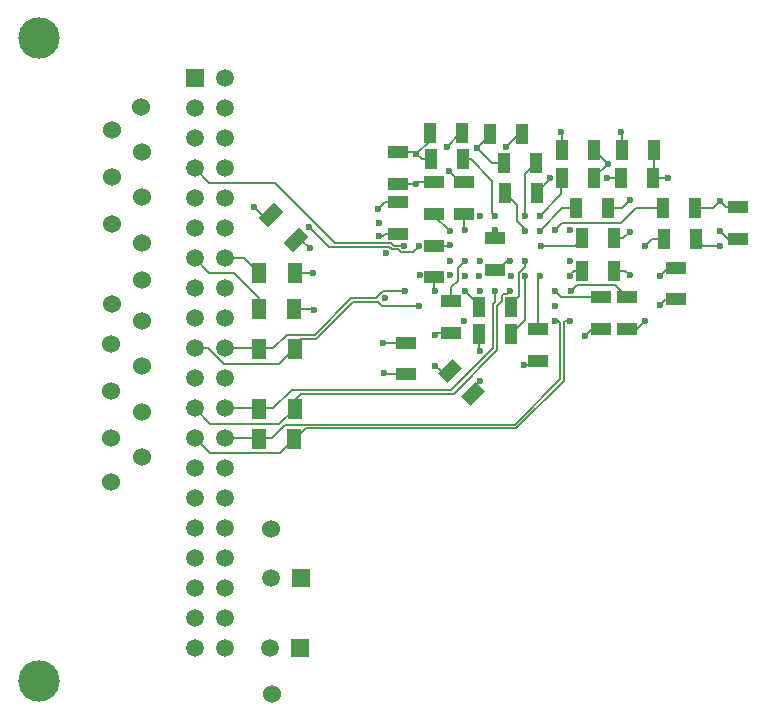
<source format=gbl>
%FSLAX44Y44*%
%MOMM*%
G71*
G01*
G75*
G04 Layer_Physical_Order=4*
G04 Layer_Color=16711680*
%ADD10R,1.8000X1.1500*%
%ADD11C,0.7620*%
G04:AMPARAMS|DCode=12|XSize=1.15mm|YSize=1.8mm|CornerRadius=0mm|HoleSize=0mm|Usage=FLASHONLY|Rotation=135.000|XOffset=0mm|YOffset=0mm|HoleType=Round|Shape=Rectangle|*
%AMROTATEDRECTD12*
4,1,4,1.0430,0.2298,-0.2298,-1.0430,-1.0430,-0.2298,0.2298,1.0430,1.0430,0.2298,0.0*
%
%ADD12ROTATEDRECTD12*%

%ADD13R,1.1500X1.8000*%
%ADD14C,0.1500*%
%ADD15C,1.5000*%
%ADD16R,1.5000X1.5000*%
%ADD17R,1.5000X1.5000*%
%ADD18C,1.5240*%
%ADD19C,3.5000*%
%ADD20C,0.6000*%
%ADD21R,1.7000X1.1000*%
%ADD22R,1.1000X1.7000*%
G04:AMPARAMS|DCode=23|XSize=1.7mm|YSize=1.1mm|CornerRadius=0mm|HoleSize=0mm|Usage=FLASHONLY|Rotation=45.000|XOffset=0mm|YOffset=0mm|HoleType=Round|Shape=Rectangle|*
%AMROTATEDRECTD23*
4,1,4,-0.2121,-0.9900,-0.9900,-0.2121,0.2121,0.9900,0.9900,0.2121,-0.2121,-0.9900,0.0*
%
%ADD23ROTATEDRECTD23*%

D12*
X595884Y932688D02*
D03*
X617097Y911475D02*
D03*
D13*
X615724Y883158D02*
D03*
X585724D02*
D03*
X585696Y852904D02*
D03*
X615696D02*
D03*
X585724Y768604D02*
D03*
X615724D02*
D03*
X615696Y743204D02*
D03*
X585696D02*
D03*
X615724Y819404D02*
D03*
X585724D02*
D03*
D14*
X603250Y730758D02*
X615696Y743204D01*
X543814Y730758D02*
X603250D01*
X531114Y743458D02*
X543814Y730758D01*
X602770Y755650D02*
X615724Y768604D01*
X544322Y755650D02*
X602770D01*
X531114Y768858D02*
X544322Y755650D01*
X602770Y806704D02*
X615724Y819658D01*
X542725D02*
X555679Y806704D01*
X602770D01*
X796418Y893826D02*
X797814D01*
X796246Y893998D02*
X796418Y893826D01*
X787908Y885660D02*
X796246Y893998D01*
X759968Y893572D02*
X760222D01*
X753872Y887476D02*
X759968Y893572D01*
X787908Y912660D02*
Y917448D01*
X841500Y1002500D02*
X842480Y1001520D01*
Y987806D02*
Y1001520D01*
X770000Y989000D02*
X782500Y976500D01*
X793000D01*
X753872Y876554D02*
Y887476D01*
X748500Y871182D02*
X753872Y876554D01*
X748500Y859500D02*
Y871182D01*
X627888Y922528D02*
X645244Y905172D01*
X598805Y959739D02*
X649732Y908812D01*
X581500Y939500D02*
X588312Y932688D01*
X595884D01*
X630964Y853158D02*
X631952Y852170D01*
X615696Y853158D02*
X630964D01*
X631190Y883412D02*
X631444Y883158D01*
X615724Y883412D02*
X631190D01*
X633957Y827908D02*
X665125Y859076D01*
X620268Y827908D02*
X633957D01*
X615724Y823364D02*
X620268Y827908D01*
X632714Y830908D02*
X663882Y862076D01*
X609042Y830908D02*
X632714D01*
X597792Y819658D02*
X609042Y830908D01*
X734060Y868934D02*
Y879564D01*
X721060Y905718D02*
Y906526D01*
X716364Y901022D02*
X721060Y905718D01*
X687578Y914654D02*
X690372D01*
X692366Y916648D01*
X621525Y911475D02*
X628500Y904500D01*
X617097Y911475D02*
X621525D01*
X692366Y916648D02*
X703326D01*
X686694Y937806D02*
X692536Y943648D01*
X703326D01*
X802084Y755094D02*
X840232Y793242D01*
X596446Y743712D02*
X607828Y755094D01*
X802084D01*
X556768Y743712D02*
X596446D01*
X556514Y743458D02*
X556768Y743712D01*
X845010Y843026D02*
X848868D01*
X836168D02*
X838454D01*
X840232Y841248D01*
Y793242D02*
Y841248D01*
X818172Y805180D02*
X821690Y808698D01*
X810260Y805180D02*
X818172D01*
X760000Y868500D02*
X772000Y856500D01*
Y854500D02*
Y856500D01*
X613540Y784606D02*
X748562D01*
X597792Y768858D02*
X613540Y784606D01*
X556514Y768858D02*
X597792D01*
X792568Y865250D02*
X795654D01*
X798576Y868172D01*
X786868Y855269D02*
X791250Y859651D01*
Y863932D01*
X792568Y865250D01*
X734000Y932000D02*
X747000Y919000D01*
X734000Y932000D02*
Y933500D01*
X718604Y959066D02*
X718820Y958850D01*
X703326Y959066D02*
X718604D01*
X718820Y958850D02*
X720470Y960500D01*
X734000D01*
X718820Y983996D02*
X730212Y995388D01*
Y1001522D01*
X718820Y983996D02*
X723316Y979500D01*
X731000D01*
X716750Y986066D02*
X718820Y983996D01*
X703326Y986066D02*
X716750D01*
X744728Y990346D02*
X755904Y1001522D01*
X757212D01*
X794512Y989838D02*
X805942Y1001268D01*
X808012D01*
X770000Y989000D02*
X781012Y1000012D01*
Y1001268D01*
X765226Y979500D02*
X783082Y961644D01*
Y933958D02*
Y961644D01*
X758000Y979500D02*
X765226D01*
X746506Y969518D02*
X755524Y960500D01*
X759000D01*
X895794Y885000D02*
X899414Y881380D01*
X886500Y885000D02*
X895794D01*
X848440Y881498D02*
X851942Y885000D01*
X859500D01*
X841370Y863130D02*
X875284D01*
X836000Y868500D02*
X841370Y863130D01*
X861568Y830072D02*
X867626Y836130D01*
X875284D01*
X690880Y823722D02*
X691658Y824500D01*
X710500D01*
X691642Y798322D02*
X692464Y797500D01*
X710500D01*
X766046Y785046D02*
X773000Y792000D01*
X766046Y780954D02*
Y785046D01*
X735000Y804500D02*
X739454Y800046D01*
X746954D01*
X734500Y830500D02*
X736500Y832500D01*
X748500D01*
X771868Y818132D02*
X772500Y817500D01*
X771868Y818132D02*
Y831342D01*
X746734Y906500D02*
X747268Y907034D01*
X735500Y906500D02*
X746734D01*
X785368Y919988D02*
X787908Y917448D01*
X783082Y933958D02*
X785622Y931418D01*
X832000Y962772D02*
Y964000D01*
X820712Y951484D02*
X832000Y962772D01*
X811000Y967500D02*
X820000Y976500D01*
X811000Y932000D02*
Y967500D01*
X892776Y938276D02*
X899500Y945000D01*
X881418Y938276D02*
X892776D01*
X892500Y1002500D02*
X892772Y1002228D01*
Y987806D02*
Y1002228D01*
X919518Y963676D02*
X919772Y963930D01*
Y987806D01*
X869480Y987520D02*
X881000Y976000D01*
X869480Y987520D02*
Y987806D01*
Y964480D02*
X881000Y976000D01*
X869480Y963676D02*
Y964480D01*
X931672Y963676D02*
X932180Y964184D01*
X919518Y963676D02*
X931672D01*
X961428Y906272D02*
X976122D01*
X955332Y912368D02*
X961428Y906272D01*
X975868Y918972D02*
X982510Y912330D01*
X991108D01*
X975868Y944372D02*
X980910Y939330D01*
X991108D01*
X969772Y938276D02*
X975868Y944372D01*
X955078Y938276D02*
X969772D01*
X905218D02*
X928078D01*
X893876Y912876D02*
X899500Y918500D01*
X886498Y912876D02*
X893876D01*
X912368Y906526D02*
X918210Y912368D01*
X928332D01*
X905726Y836130D02*
X912368Y842772D01*
X897128Y836130D02*
X905726D01*
X924814Y855980D02*
X929856Y861022D01*
X939038D01*
X924814Y881126D02*
X931710Y888022D01*
X939038D01*
X821690Y879190D02*
X823500Y881000D01*
X821690Y835698D02*
Y879190D01*
X810768Y880768D02*
X811000Y881000D01*
X810768Y843242D02*
Y880768D01*
X824000Y906500D02*
X853122D01*
X859498Y912876D01*
X759000Y920500D02*
Y933500D01*
X798868Y856742D02*
X805750Y863624D01*
Y883175D02*
X810998Y888423D01*
Y893498D01*
X805750Y863624D02*
Y883175D01*
X793712Y951484D02*
X804000Y941196D01*
Y927500D02*
Y941196D01*
Y927500D02*
X810498Y921002D01*
Y918998D02*
Y921002D01*
X823500Y919258D02*
X842518Y938276D01*
X848940Y880998D02*
X848998D01*
X848440Y881498D02*
X848940Y880998D01*
X886758Y873500D02*
X897128Y863130D01*
X854500Y873500D02*
X886758D01*
X849498Y868498D02*
X854500Y873500D01*
X836422Y919480D02*
X842518Y925576D01*
X585696Y853158D02*
Y862104D01*
X564515Y883285D02*
X585696Y862104D01*
X543687Y883285D02*
X564515D01*
X573278Y895858D02*
X585724Y883412D01*
X543433Y959739D02*
X598805D01*
X842518Y938276D02*
X854418D01*
X823468Y931926D02*
X841718Y950176D01*
Y963676D01*
X880618D02*
X892518D01*
X798868Y831342D02*
X810768Y843242D01*
X842518Y925576D02*
X892518D01*
X905218Y938276D01*
X531114Y819658D02*
X542725D01*
X531114Y895858D02*
X543687Y883285D01*
X556514Y895858D02*
X573278D01*
X531114Y972058D02*
X543433Y959739D01*
X665125Y859076D02*
X686260D01*
X689836Y855500D01*
X721500D01*
X663882Y862076D02*
X684530D01*
X690372Y867918D01*
X708914D01*
X703532Y903272D02*
X705782Y901022D01*
X716364D01*
X649732Y908812D02*
X697484D01*
X700024Y906272D01*
X708660D01*
X645244Y905172D02*
X696044D01*
X697944Y903272D01*
X703532D01*
X556514Y819658D02*
X597792D01*
X734060Y868934D02*
X734568Y868426D01*
X843510Y841526D02*
X845010Y843026D01*
X843510Y791980D02*
Y841526D01*
X616444Y742456D02*
X625789Y751800D01*
X803330D01*
X843510Y791980D01*
X612256Y772072D02*
X621534Y781350D01*
X750330D01*
X786868Y817888D01*
Y855269D01*
X748562Y784606D02*
X783500Y819544D01*
Y856720D01*
X785622Y858842D01*
Y868172D01*
D15*
X556514Y641858D02*
D03*
Y667258D02*
D03*
Y591058D02*
D03*
Y616458D02*
D03*
Y743458D02*
D03*
Y768858D02*
D03*
Y565658D02*
D03*
X531114D02*
D03*
Y591058D02*
D03*
Y616458D02*
D03*
Y641858D02*
D03*
Y667258D02*
D03*
X556514Y692658D02*
D03*
X531114D02*
D03*
X556514Y718058D02*
D03*
X531114D02*
D03*
Y743458D02*
D03*
Y768858D02*
D03*
X556514Y794258D02*
D03*
X531114D02*
D03*
X556514Y819658D02*
D03*
X531114D02*
D03*
X556514Y845058D02*
D03*
X531114D02*
D03*
X556514Y870458D02*
D03*
X531114D02*
D03*
X556514Y895858D02*
D03*
X531114D02*
D03*
X556514Y921258D02*
D03*
X531114D02*
D03*
X556514Y946658D02*
D03*
X531114D02*
D03*
X556514Y972058D02*
D03*
X531114D02*
D03*
X556514Y997458D02*
D03*
X531114D02*
D03*
X556514Y1022858D02*
D03*
X531114D02*
D03*
X556514Y1048258D02*
D03*
X595122Y565658D02*
D03*
X596138Y625348D02*
D03*
D16*
X531114Y1048258D02*
D03*
D17*
X620522Y565658D02*
D03*
X621538Y625348D02*
D03*
D18*
X486410Y727456D02*
D03*
Y765979D02*
D03*
Y804503D02*
D03*
X460756Y783590D02*
D03*
X595884Y667004D02*
D03*
X596900Y527050D02*
D03*
X460756Y706120D02*
D03*
X486410Y843026D02*
D03*
X460756Y822960D02*
D03*
Y743458D02*
D03*
X461010Y924814D02*
D03*
Y1004316D02*
D03*
X485902Y1024128D02*
D03*
X461010Y964946D02*
D03*
X486664Y985859D02*
D03*
Y947335D02*
D03*
Y908812D02*
D03*
X461264Y857250D02*
D03*
X486918Y877316D02*
D03*
D19*
X399310Y1082320D02*
D03*
Y537840D02*
D03*
D20*
X797814Y893826D02*
D03*
X760222Y893572D02*
D03*
X747522D02*
D03*
X627888Y922528D02*
D03*
X721500Y855500D02*
D03*
X708914Y867918D02*
D03*
X631952Y852170D02*
D03*
X631444Y883158D02*
D03*
X721060Y906526D02*
D03*
X747268Y881380D02*
D03*
X687578Y914654D02*
D03*
X721614Y881380D02*
D03*
X708660Y906272D02*
D03*
X848868Y843026D02*
D03*
X836168D02*
D03*
X785622Y868172D02*
D03*
X798576D02*
D03*
X686694Y937806D02*
D03*
X772160Y881126D02*
D03*
X798830D02*
D03*
X747268Y907034D02*
D03*
X785622Y931418D02*
D03*
X849122Y893572D02*
D03*
X848868Y919480D02*
D03*
X628500Y904500D02*
D03*
X581500Y939500D02*
D03*
X760000Y868500D02*
D03*
X772500Y817500D02*
D03*
X734500Y830500D02*
D03*
X899500Y918500D02*
D03*
Y945000D02*
D03*
X881000Y976000D02*
D03*
X832000Y964000D02*
D03*
X718820Y983996D02*
D03*
X772500Y931500D02*
D03*
X759500Y843000D02*
D03*
X772414Y868426D02*
D03*
X810998Y893498D02*
D03*
X811000Y881000D02*
D03*
X785368Y919988D02*
D03*
X760000Y919500D02*
D03*
Y881000D02*
D03*
X772414Y893572D02*
D03*
X691642Y798322D02*
D03*
X692658Y861822D02*
D03*
X718820Y958850D02*
D03*
X747000Y919000D02*
D03*
X770000Y989000D02*
D03*
X746506Y969518D02*
D03*
X810498Y918998D02*
D03*
X811000Y932000D02*
D03*
X824000Y906500D02*
D03*
X823500Y919000D02*
D03*
Y881000D02*
D03*
X848998Y880998D02*
D03*
X849498Y868498D02*
D03*
X836168Y855472D02*
D03*
X836000Y868500D02*
D03*
X899414Y881380D02*
D03*
X912368Y842772D02*
D03*
X976122Y906272D02*
D03*
X836422Y919480D02*
D03*
X823468Y931926D02*
D03*
X932180Y964184D02*
D03*
X892500Y1002500D02*
D03*
X841500D02*
D03*
X794512Y989838D02*
D03*
X744728Y990346D02*
D03*
X687324Y925830D02*
D03*
X692912Y899922D02*
D03*
X810260Y805180D02*
D03*
X861568Y830072D02*
D03*
X880618Y963676D02*
D03*
X735000Y804500D02*
D03*
X690880Y823722D02*
D03*
X924814Y881126D02*
D03*
X975868Y918972D02*
D03*
X912368Y906526D02*
D03*
X773000Y792000D02*
D03*
X924814Y855980D02*
D03*
X975868Y944372D02*
D03*
X734568Y868426D02*
D03*
D21*
X703326Y986066D02*
D03*
Y959066D02*
D03*
X991108Y939330D02*
D03*
Y912330D02*
D03*
X939038Y861022D02*
D03*
Y888022D02*
D03*
X897128Y836130D02*
D03*
Y863130D02*
D03*
X875284Y836130D02*
D03*
Y863130D02*
D03*
X821690Y808698D02*
D03*
Y835698D02*
D03*
X710500Y797500D02*
D03*
Y824500D02*
D03*
X785622Y912660D02*
D03*
Y885660D02*
D03*
X703326Y943648D02*
D03*
Y916648D02*
D03*
X734000Y960500D02*
D03*
Y933500D02*
D03*
X759000Y960500D02*
D03*
Y933500D02*
D03*
X748500Y832500D02*
D03*
Y859500D02*
D03*
X734060Y879564D02*
D03*
Y906564D02*
D03*
D22*
X781012Y1001268D02*
D03*
X808012D02*
D03*
X869480Y987806D02*
D03*
X842480D02*
D03*
X919772D02*
D03*
X892772D02*
D03*
X730212Y1001522D02*
D03*
X757212D02*
D03*
X869480Y963676D02*
D03*
X842480D02*
D03*
X793000Y976500D02*
D03*
X820000D02*
D03*
X820712Y951484D02*
D03*
X793712D02*
D03*
X919518Y963676D02*
D03*
X892518D02*
D03*
X955078Y938276D02*
D03*
X928078D02*
D03*
X955332Y912368D02*
D03*
X928332D02*
D03*
X771868Y831342D02*
D03*
X798868D02*
D03*
X772000Y854500D02*
D03*
X799000D02*
D03*
X731000Y979500D02*
D03*
X758000D02*
D03*
X886498Y912876D02*
D03*
X859498D02*
D03*
X881418Y938276D02*
D03*
X854418D02*
D03*
X886500Y885000D02*
D03*
X859500D02*
D03*
D23*
X766466Y781156D02*
D03*
X747374Y800248D02*
D03*
M02*

</source>
